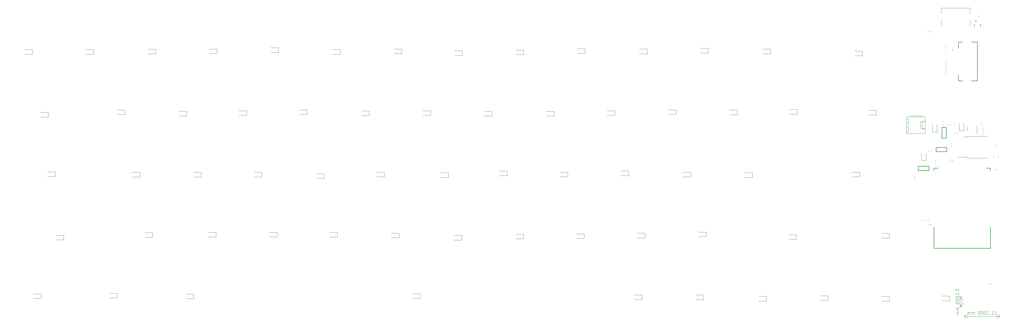
<source format=gbo>
%TF.GenerationSoftware,KiCad,Pcbnew,7.0.7*%
%TF.CreationDate,2023-12-09T22:14:26-06:00*%
%TF.ProjectId,Keyboard,4b657962-6f61-4726-942e-6b696361645f,rev?*%
%TF.SameCoordinates,Original*%
%TF.FileFunction,Legend,Bot*%
%TF.FilePolarity,Positive*%
%FSLAX46Y46*%
G04 Gerber Fmt 4.6, Leading zero omitted, Abs format (unit mm)*
G04 Created by KiCad (PCBNEW 7.0.7) date 2023-12-09 22:14:26*
%MOMM*%
%LPD*%
G01*
G04 APERTURE LIST*
%ADD10C,0.100000*%
%ADD11C,0.120000*%
%ADD12C,0.152400*%
%ADD13C,0.200000*%
%ADD14C,0.127000*%
G04 APERTURE END LIST*
D10*
X358472618Y-177557419D02*
X359044046Y-177557419D01*
X358758332Y-177557419D02*
X358758332Y-176557419D01*
X358758332Y-176557419D02*
X358853570Y-176700276D01*
X358853570Y-176700276D02*
X358948808Y-176795514D01*
X358948808Y-176795514D02*
X359044046Y-176843133D01*
X357520237Y-177557419D02*
X358091665Y-177557419D01*
X357805951Y-177557419D02*
X357805951Y-176557419D01*
X357805951Y-176557419D02*
X357901189Y-176700276D01*
X357901189Y-176700276D02*
X357996427Y-176795514D01*
X357996427Y-176795514D02*
X358091665Y-176843133D01*
X357091665Y-177462180D02*
X357044046Y-177509800D01*
X357044046Y-177509800D02*
X357091665Y-177557419D01*
X357091665Y-177557419D02*
X357139284Y-177509800D01*
X357139284Y-177509800D02*
X357091665Y-177462180D01*
X357091665Y-177462180D02*
X357091665Y-177557419D01*
X356663094Y-176652657D02*
X356615475Y-176605038D01*
X356615475Y-176605038D02*
X356520237Y-176557419D01*
X356520237Y-176557419D02*
X356282142Y-176557419D01*
X356282142Y-176557419D02*
X356186904Y-176605038D01*
X356186904Y-176605038D02*
X356139285Y-176652657D01*
X356139285Y-176652657D02*
X356091666Y-176747895D01*
X356091666Y-176747895D02*
X356091666Y-176843133D01*
X356091666Y-176843133D02*
X356139285Y-176985990D01*
X356139285Y-176985990D02*
X356710713Y-177557419D01*
X356710713Y-177557419D02*
X356091666Y-177557419D01*
X355472618Y-176557419D02*
X355377380Y-176557419D01*
X355377380Y-176557419D02*
X355282142Y-176605038D01*
X355282142Y-176605038D02*
X355234523Y-176652657D01*
X355234523Y-176652657D02*
X355186904Y-176747895D01*
X355186904Y-176747895D02*
X355139285Y-176938371D01*
X355139285Y-176938371D02*
X355139285Y-177176466D01*
X355139285Y-177176466D02*
X355186904Y-177366942D01*
X355186904Y-177366942D02*
X355234523Y-177462180D01*
X355234523Y-177462180D02*
X355282142Y-177509800D01*
X355282142Y-177509800D02*
X355377380Y-177557419D01*
X355377380Y-177557419D02*
X355472618Y-177557419D01*
X355472618Y-177557419D02*
X355567856Y-177509800D01*
X355567856Y-177509800D02*
X355615475Y-177462180D01*
X355615475Y-177462180D02*
X355663094Y-177366942D01*
X355663094Y-177366942D02*
X355710713Y-177176466D01*
X355710713Y-177176466D02*
X355710713Y-176938371D01*
X355710713Y-176938371D02*
X355663094Y-176747895D01*
X355663094Y-176747895D02*
X355615475Y-176652657D01*
X355615475Y-176652657D02*
X355567856Y-176605038D01*
X355567856Y-176605038D02*
X355472618Y-176557419D01*
X354520237Y-176557419D02*
X354424999Y-176557419D01*
X354424999Y-176557419D02*
X354329761Y-176605038D01*
X354329761Y-176605038D02*
X354282142Y-176652657D01*
X354282142Y-176652657D02*
X354234523Y-176747895D01*
X354234523Y-176747895D02*
X354186904Y-176938371D01*
X354186904Y-176938371D02*
X354186904Y-177176466D01*
X354186904Y-177176466D02*
X354234523Y-177366942D01*
X354234523Y-177366942D02*
X354282142Y-177462180D01*
X354282142Y-177462180D02*
X354329761Y-177509800D01*
X354329761Y-177509800D02*
X354424999Y-177557419D01*
X354424999Y-177557419D02*
X354520237Y-177557419D01*
X354520237Y-177557419D02*
X354615475Y-177509800D01*
X354615475Y-177509800D02*
X354663094Y-177462180D01*
X354663094Y-177462180D02*
X354710713Y-177366942D01*
X354710713Y-177366942D02*
X354758332Y-177176466D01*
X354758332Y-177176466D02*
X354758332Y-176938371D01*
X354758332Y-176938371D02*
X354710713Y-176747895D01*
X354710713Y-176747895D02*
X354663094Y-176652657D01*
X354663094Y-176652657D02*
X354615475Y-176605038D01*
X354615475Y-176605038D02*
X354520237Y-176557419D01*
X353567856Y-176557419D02*
X353472618Y-176557419D01*
X353472618Y-176557419D02*
X353377380Y-176605038D01*
X353377380Y-176605038D02*
X353329761Y-176652657D01*
X353329761Y-176652657D02*
X353282142Y-176747895D01*
X353282142Y-176747895D02*
X353234523Y-176938371D01*
X353234523Y-176938371D02*
X353234523Y-177176466D01*
X353234523Y-177176466D02*
X353282142Y-177366942D01*
X353282142Y-177366942D02*
X353329761Y-177462180D01*
X353329761Y-177462180D02*
X353377380Y-177509800D01*
X353377380Y-177509800D02*
X353472618Y-177557419D01*
X353472618Y-177557419D02*
X353567856Y-177557419D01*
X353567856Y-177557419D02*
X353663094Y-177509800D01*
X353663094Y-177509800D02*
X353710713Y-177462180D01*
X353710713Y-177462180D02*
X353758332Y-177366942D01*
X353758332Y-177366942D02*
X353805951Y-177176466D01*
X353805951Y-177176466D02*
X353805951Y-176938371D01*
X353805951Y-176938371D02*
X353758332Y-176747895D01*
X353758332Y-176747895D02*
X353710713Y-176652657D01*
X353710713Y-176652657D02*
X353663094Y-176605038D01*
X353663094Y-176605038D02*
X353567856Y-176557419D01*
X352044046Y-177557419D02*
X352044046Y-176890752D01*
X352044046Y-176985990D02*
X351996427Y-176938371D01*
X351996427Y-176938371D02*
X351901189Y-176890752D01*
X351901189Y-176890752D02*
X351758332Y-176890752D01*
X351758332Y-176890752D02*
X351663094Y-176938371D01*
X351663094Y-176938371D02*
X351615475Y-177033609D01*
X351615475Y-177033609D02*
X351615475Y-177557419D01*
X351615475Y-177033609D02*
X351567856Y-176938371D01*
X351567856Y-176938371D02*
X351472618Y-176890752D01*
X351472618Y-176890752D02*
X351329761Y-176890752D01*
X351329761Y-176890752D02*
X351234522Y-176938371D01*
X351234522Y-176938371D02*
X351186903Y-177033609D01*
X351186903Y-177033609D02*
X351186903Y-177557419D01*
X350710713Y-177557419D02*
X350710713Y-176890752D01*
X350710713Y-176985990D02*
X350663094Y-176938371D01*
X350663094Y-176938371D02*
X350567856Y-176890752D01*
X350567856Y-176890752D02*
X350424999Y-176890752D01*
X350424999Y-176890752D02*
X350329761Y-176938371D01*
X350329761Y-176938371D02*
X350282142Y-177033609D01*
X350282142Y-177033609D02*
X350282142Y-177557419D01*
X350282142Y-177033609D02*
X350234523Y-176938371D01*
X350234523Y-176938371D02*
X350139285Y-176890752D01*
X350139285Y-176890752D02*
X349996428Y-176890752D01*
X349996428Y-176890752D02*
X349901189Y-176938371D01*
X349901189Y-176938371D02*
X349853570Y-177033609D01*
X349853570Y-177033609D02*
X349853570Y-177557419D01*
X348825000Y-178000000D02*
X348825000Y-178786420D01*
X360025000Y-178000000D02*
X360025000Y-178786420D01*
X348825000Y-178200000D02*
X360025000Y-178200000D01*
X348825000Y-178200000D02*
X360025000Y-178200000D01*
X348825000Y-178200000D02*
X349951504Y-177613579D01*
X348825000Y-178200000D02*
X349951504Y-178786421D01*
X360025000Y-178200000D02*
X358898496Y-178786421D01*
X360025000Y-178200000D02*
X358898496Y-177613579D01*
X346082419Y-169359524D02*
X346082419Y-169978571D01*
X346082419Y-169978571D02*
X346463371Y-169645238D01*
X346463371Y-169645238D02*
X346463371Y-169788095D01*
X346463371Y-169788095D02*
X346510990Y-169883333D01*
X346510990Y-169883333D02*
X346558609Y-169930952D01*
X346558609Y-169930952D02*
X346653847Y-169978571D01*
X346653847Y-169978571D02*
X346891942Y-169978571D01*
X346891942Y-169978571D02*
X346987180Y-169930952D01*
X346987180Y-169930952D02*
X347034800Y-169883333D01*
X347034800Y-169883333D02*
X347082419Y-169788095D01*
X347082419Y-169788095D02*
X347082419Y-169502381D01*
X347082419Y-169502381D02*
X347034800Y-169407143D01*
X347034800Y-169407143D02*
X346987180Y-169359524D01*
X346987180Y-170407143D02*
X347034800Y-170454762D01*
X347034800Y-170454762D02*
X347082419Y-170407143D01*
X347082419Y-170407143D02*
X347034800Y-170359524D01*
X347034800Y-170359524D02*
X346987180Y-170407143D01*
X346987180Y-170407143D02*
X347082419Y-170407143D01*
X347082419Y-171407142D02*
X347082419Y-170835714D01*
X347082419Y-171121428D02*
X346082419Y-171121428D01*
X346082419Y-171121428D02*
X346225276Y-171026190D01*
X346225276Y-171026190D02*
X346320514Y-170930952D01*
X346320514Y-170930952D02*
X346368133Y-170835714D01*
X346082419Y-172026190D02*
X346082419Y-172121428D01*
X346082419Y-172121428D02*
X346130038Y-172216666D01*
X346130038Y-172216666D02*
X346177657Y-172264285D01*
X346177657Y-172264285D02*
X346272895Y-172311904D01*
X346272895Y-172311904D02*
X346463371Y-172359523D01*
X346463371Y-172359523D02*
X346701466Y-172359523D01*
X346701466Y-172359523D02*
X346891942Y-172311904D01*
X346891942Y-172311904D02*
X346987180Y-172264285D01*
X346987180Y-172264285D02*
X347034800Y-172216666D01*
X347034800Y-172216666D02*
X347082419Y-172121428D01*
X347082419Y-172121428D02*
X347082419Y-172026190D01*
X347082419Y-172026190D02*
X347034800Y-171930952D01*
X347034800Y-171930952D02*
X346987180Y-171883333D01*
X346987180Y-171883333D02*
X346891942Y-171835714D01*
X346891942Y-171835714D02*
X346701466Y-171788095D01*
X346701466Y-171788095D02*
X346463371Y-171788095D01*
X346463371Y-171788095D02*
X346272895Y-171835714D01*
X346272895Y-171835714D02*
X346177657Y-171883333D01*
X346177657Y-171883333D02*
X346130038Y-171930952D01*
X346130038Y-171930952D02*
X346082419Y-172026190D01*
X346082419Y-172978571D02*
X346082419Y-173073809D01*
X346082419Y-173073809D02*
X346130038Y-173169047D01*
X346130038Y-173169047D02*
X346177657Y-173216666D01*
X346177657Y-173216666D02*
X346272895Y-173264285D01*
X346272895Y-173264285D02*
X346463371Y-173311904D01*
X346463371Y-173311904D02*
X346701466Y-173311904D01*
X346701466Y-173311904D02*
X346891942Y-173264285D01*
X346891942Y-173264285D02*
X346987180Y-173216666D01*
X346987180Y-173216666D02*
X347034800Y-173169047D01*
X347034800Y-173169047D02*
X347082419Y-173073809D01*
X347082419Y-173073809D02*
X347082419Y-172978571D01*
X347082419Y-172978571D02*
X347034800Y-172883333D01*
X347034800Y-172883333D02*
X346987180Y-172835714D01*
X346987180Y-172835714D02*
X346891942Y-172788095D01*
X346891942Y-172788095D02*
X346701466Y-172740476D01*
X346701466Y-172740476D02*
X346463371Y-172740476D01*
X346463371Y-172740476D02*
X346272895Y-172788095D01*
X346272895Y-172788095D02*
X346177657Y-172835714D01*
X346177657Y-172835714D02*
X346130038Y-172883333D01*
X346130038Y-172883333D02*
X346082419Y-172978571D01*
X346082419Y-173930952D02*
X346082419Y-174026190D01*
X346082419Y-174026190D02*
X346130038Y-174121428D01*
X346130038Y-174121428D02*
X346177657Y-174169047D01*
X346177657Y-174169047D02*
X346272895Y-174216666D01*
X346272895Y-174216666D02*
X346463371Y-174264285D01*
X346463371Y-174264285D02*
X346701466Y-174264285D01*
X346701466Y-174264285D02*
X346891942Y-174216666D01*
X346891942Y-174216666D02*
X346987180Y-174169047D01*
X346987180Y-174169047D02*
X347034800Y-174121428D01*
X347034800Y-174121428D02*
X347082419Y-174026190D01*
X347082419Y-174026190D02*
X347082419Y-173930952D01*
X347082419Y-173930952D02*
X347034800Y-173835714D01*
X347034800Y-173835714D02*
X346987180Y-173788095D01*
X346987180Y-173788095D02*
X346891942Y-173740476D01*
X346891942Y-173740476D02*
X346701466Y-173692857D01*
X346701466Y-173692857D02*
X346463371Y-173692857D01*
X346463371Y-173692857D02*
X346272895Y-173740476D01*
X346272895Y-173740476D02*
X346177657Y-173788095D01*
X346177657Y-173788095D02*
X346130038Y-173835714D01*
X346130038Y-173835714D02*
X346082419Y-173930952D01*
X347082419Y-175454762D02*
X346415752Y-175454762D01*
X346510990Y-175454762D02*
X346463371Y-175502381D01*
X346463371Y-175502381D02*
X346415752Y-175597619D01*
X346415752Y-175597619D02*
X346415752Y-175740476D01*
X346415752Y-175740476D02*
X346463371Y-175835714D01*
X346463371Y-175835714D02*
X346558609Y-175883333D01*
X346558609Y-175883333D02*
X347082419Y-175883333D01*
X346558609Y-175883333D02*
X346463371Y-175930952D01*
X346463371Y-175930952D02*
X346415752Y-176026190D01*
X346415752Y-176026190D02*
X346415752Y-176169047D01*
X346415752Y-176169047D02*
X346463371Y-176264286D01*
X346463371Y-176264286D02*
X346558609Y-176311905D01*
X346558609Y-176311905D02*
X347082419Y-176311905D01*
X347082419Y-176788095D02*
X346415752Y-176788095D01*
X346510990Y-176788095D02*
X346463371Y-176835714D01*
X346463371Y-176835714D02*
X346415752Y-176930952D01*
X346415752Y-176930952D02*
X346415752Y-177073809D01*
X346415752Y-177073809D02*
X346463371Y-177169047D01*
X346463371Y-177169047D02*
X346558609Y-177216666D01*
X346558609Y-177216666D02*
X347082419Y-177216666D01*
X346558609Y-177216666D02*
X346463371Y-177264285D01*
X346463371Y-177264285D02*
X346415752Y-177359523D01*
X346415752Y-177359523D02*
X346415752Y-177502380D01*
X346415752Y-177502380D02*
X346463371Y-177597619D01*
X346463371Y-177597619D02*
X346558609Y-177645238D01*
X346558609Y-177645238D02*
X347082419Y-177645238D01*
X348025000Y-175100000D02*
X347138580Y-175100000D01*
X348025000Y-172000000D02*
X347138580Y-172000000D01*
X347725000Y-175100000D02*
X347725000Y-172000000D01*
X347725000Y-175100000D02*
X347725000Y-172000000D01*
X347725000Y-175100000D02*
X347138579Y-173973496D01*
X347725000Y-175100000D02*
X348311421Y-173973496D01*
X347725000Y-172000000D02*
X348311421Y-173126504D01*
X347725000Y-172000000D02*
X347138579Y-173126504D01*
D11*
X357480000Y-168003641D02*
X357480000Y-167696359D01*
X356720000Y-168003641D02*
X356720000Y-167696359D01*
X57517500Y-114830000D02*
X55057500Y-114830000D01*
X57517500Y-113360000D02*
X57517500Y-114830000D01*
X55057500Y-113360000D02*
X57517500Y-113360000D01*
X324962500Y-173375000D02*
X322502500Y-173375000D01*
X324962500Y-171905000D02*
X324962500Y-173375000D01*
X322502500Y-171905000D02*
X324962500Y-171905000D01*
X55212500Y-172525000D02*
X52752500Y-172525000D01*
X55212500Y-171055000D02*
X55212500Y-172525000D01*
X52752500Y-171055000D02*
X55212500Y-171055000D01*
X189012500Y-153925000D02*
X186552500Y-153925000D01*
X189012500Y-152455000D02*
X189012500Y-153925000D01*
X186552500Y-152455000D02*
X189012500Y-152455000D01*
X125437500Y-133875000D02*
X122977500Y-133875000D01*
X125437500Y-132405000D02*
X125437500Y-133875000D01*
X122977500Y-132405000D02*
X125437500Y-132405000D01*
X52462500Y-94850000D02*
X50002500Y-94850000D01*
X52462500Y-93380000D02*
X52462500Y-94850000D01*
X50002500Y-93380000D02*
X52462500Y-93380000D01*
X338312500Y-125496359D02*
X338312500Y-125803641D01*
X337552500Y-125496359D02*
X337552500Y-125803641D01*
X242112500Y-133450000D02*
X239652500Y-133450000D01*
X242112500Y-131980000D02*
X242112500Y-133450000D01*
X239652500Y-131980000D02*
X242112500Y-131980000D01*
X257197500Y-114025000D02*
X254737500Y-114025000D01*
X257197500Y-112555000D02*
X257197500Y-114025000D01*
X254737500Y-112555000D02*
X257197500Y-112555000D01*
X295747500Y-113885000D02*
X293287500Y-113885000D01*
X295747500Y-112415000D02*
X295747500Y-113885000D01*
X293287500Y-112415000D02*
X295747500Y-112415000D01*
X218372500Y-114475000D02*
X215912500Y-114475000D01*
X218372500Y-113005000D02*
X218372500Y-114475000D01*
X215912500Y-113005000D02*
X218372500Y-113005000D01*
X261812500Y-133800000D02*
X259352500Y-133800000D01*
X261812500Y-132330000D02*
X261812500Y-133800000D01*
X259352500Y-132330000D02*
X261812500Y-132330000D01*
X246287500Y-172900000D02*
X243827500Y-172900000D01*
X246287500Y-171430000D02*
X246287500Y-172900000D01*
X243827500Y-171430000D02*
X246287500Y-171430000D01*
X169062500Y-153200000D02*
X166602500Y-153200000D01*
X169062500Y-151730000D02*
X169062500Y-153200000D01*
X166602500Y-151730000D02*
X169062500Y-151730000D01*
X208662500Y-94975000D02*
X206202500Y-94975000D01*
X208662500Y-93505000D02*
X208662500Y-94975000D01*
X206202500Y-93505000D02*
X208662500Y-93505000D01*
X237697500Y-114250000D02*
X235237500Y-114250000D01*
X237697500Y-112780000D02*
X237697500Y-114250000D01*
X235237500Y-112780000D02*
X237697500Y-112780000D01*
X339736141Y-129530000D02*
X339428859Y-129530000D01*
X339736141Y-128770000D02*
X339428859Y-128770000D01*
X59737500Y-133750000D02*
X57277500Y-133750000D01*
X59737500Y-132280000D02*
X59737500Y-133750000D01*
X57277500Y-132280000D02*
X59737500Y-132280000D01*
X344137500Y-173250000D02*
X341677500Y-173250000D01*
X344137500Y-171780000D02*
X344137500Y-173250000D01*
X341677500Y-171780000D02*
X344137500Y-171780000D01*
X150412500Y-94850000D02*
X147952500Y-94850000D01*
X150412500Y-93380000D02*
X150412500Y-94850000D01*
X147952500Y-93380000D02*
X150412500Y-93380000D01*
X338697500Y-119710000D02*
X338697500Y-117250000D01*
X340167500Y-119710000D02*
X338697500Y-119710000D01*
X340167500Y-117250000D02*
X340167500Y-119710000D01*
X347247500Y-119135000D02*
X347247500Y-116850000D01*
X348717500Y-119135000D02*
X347247500Y-119135000D01*
X348717500Y-116850000D02*
X348717500Y-119135000D01*
X316437500Y-95325000D02*
X313977500Y-95325000D01*
X316437500Y-93855000D02*
X316437500Y-95325000D01*
X313977500Y-93855000D02*
X316437500Y-93855000D01*
X353153859Y-82020000D02*
X353461141Y-82020000D01*
X353153859Y-82780000D02*
X353461141Y-82780000D01*
X120622500Y-114250000D02*
X118162500Y-114250000D01*
X120622500Y-112780000D02*
X120622500Y-114250000D01*
X118162500Y-112780000D02*
X120622500Y-112780000D01*
X359105000Y-131396359D02*
X359105000Y-131703641D01*
X358345000Y-131396359D02*
X358345000Y-131703641D01*
X287187500Y-94675000D02*
X284727500Y-94675000D01*
X287187500Y-93205000D02*
X287187500Y-94675000D01*
X284727500Y-93205000D02*
X287187500Y-93205000D01*
X315587500Y-133800000D02*
X313127500Y-133800000D01*
X315587500Y-132330000D02*
X315587500Y-133800000D01*
X313127500Y-132330000D02*
X315587500Y-132330000D01*
X91612500Y-94725000D02*
X89152500Y-94725000D01*
X91612500Y-93255000D02*
X91612500Y-94725000D01*
X89152500Y-93255000D02*
X91612500Y-93255000D01*
X358804664Y-123540000D02*
X359020336Y-123540000D01*
X358804664Y-124260000D02*
X359020336Y-124260000D01*
X227937500Y-153450000D02*
X225477500Y-153450000D01*
X227937500Y-151980000D02*
X227937500Y-153450000D01*
X225477500Y-151980000D02*
X227937500Y-151980000D01*
X228237500Y-94550000D02*
X225777500Y-94550000D01*
X228237500Y-93080000D02*
X228237500Y-94550000D01*
X225777500Y-93080000D02*
X228237500Y-93080000D01*
X248037500Y-94675000D02*
X245577500Y-94675000D01*
X248037500Y-93205000D02*
X248037500Y-94675000D01*
X245577500Y-93205000D02*
X248037500Y-93205000D01*
X149487500Y-152950000D02*
X147027500Y-152950000D01*
X149487500Y-151480000D02*
X149487500Y-152950000D01*
X147027500Y-151480000D02*
X149487500Y-151480000D01*
X267387500Y-94425000D02*
X264927500Y-94425000D01*
X267387500Y-92955000D02*
X267387500Y-94425000D01*
X264927500Y-92955000D02*
X267387500Y-92955000D01*
X345822500Y-120007836D02*
X345822500Y-119792164D01*
X346542500Y-120007836D02*
X346542500Y-119792164D01*
X354886141Y-118530000D02*
X354578859Y-118530000D01*
X354886141Y-117770000D02*
X354578859Y-117770000D01*
X359667500Y-127138748D02*
X359667500Y-127661252D01*
X358197500Y-127138748D02*
X358197500Y-127661252D01*
X331452500Y-114460000D02*
X335452500Y-114460000D01*
X336442500Y-114750000D02*
X336442500Y-120050000D01*
X330422500Y-114750000D02*
X336442500Y-114750000D01*
X331022500Y-115330000D02*
X331022500Y-116930000D01*
X330422500Y-115330000D02*
X331022500Y-115330000D01*
X336442500Y-116130000D02*
X335442500Y-116130000D01*
X335442500Y-116130000D02*
X334912500Y-116380000D01*
X335442500Y-116130000D02*
X335442500Y-118670000D01*
X336442500Y-116380000D02*
X335442500Y-116380000D01*
X334912500Y-116380000D02*
X334912500Y-118420000D01*
X331022500Y-116930000D02*
X330422500Y-116930000D01*
X331022500Y-117870000D02*
X331022500Y-119470000D01*
X330422500Y-117870000D02*
X331022500Y-117870000D01*
X336442500Y-118420000D02*
X335442500Y-118420000D01*
X334912500Y-118420000D02*
X335442500Y-118670000D01*
X335442500Y-118670000D02*
X336442500Y-118670000D01*
X331022500Y-119470000D02*
X330422500Y-119470000D01*
X336442500Y-120050000D02*
X330422500Y-120050000D01*
X330422500Y-120050000D02*
X330422500Y-114750000D01*
X90712500Y-153075000D02*
X88252500Y-153075000D01*
X90712500Y-151605000D02*
X90712500Y-153075000D01*
X88252500Y-151605000D02*
X90712500Y-151605000D01*
X62392500Y-153905000D02*
X59932500Y-153905000D01*
X62392500Y-152435000D02*
X62392500Y-153905000D01*
X59932500Y-152435000D02*
X62392500Y-152435000D01*
X281487500Y-134050000D02*
X279027500Y-134050000D01*
X281487500Y-132580000D02*
X281487500Y-134050000D01*
X279027500Y-132580000D02*
X281487500Y-132580000D01*
X169987500Y-94600000D02*
X167527500Y-94600000D01*
X169987500Y-93130000D02*
X169987500Y-94600000D01*
X167527500Y-93130000D02*
X169987500Y-93130000D01*
X305512500Y-173125000D02*
X303052500Y-173125000D01*
X305512500Y-171655000D02*
X305512500Y-173125000D01*
X303052500Y-171655000D02*
X305512500Y-171655000D01*
X345062500Y-128496359D02*
X345062500Y-128803641D01*
X344302500Y-128496359D02*
X344302500Y-128803641D01*
X179072500Y-114250000D02*
X176612500Y-114250000D01*
X179072500Y-112780000D02*
X179072500Y-114250000D01*
X176612500Y-112780000D02*
X179072500Y-112780000D01*
X349672500Y-118400000D02*
X349672500Y-119200000D01*
X349672500Y-118400000D02*
X349672500Y-117600000D01*
X352792500Y-118400000D02*
X352792500Y-120200000D01*
X352792500Y-118400000D02*
X352792500Y-117600000D01*
D12*
X354010000Y-85296465D02*
X354010000Y-86003535D01*
X352105000Y-86003535D02*
X352105000Y-85296465D01*
X352634500Y-84319400D02*
G75*
G03*
X352634500Y-84319400I-127000J0D01*
G01*
D11*
X145287500Y-134350000D02*
X142827500Y-134350000D01*
X145287500Y-132880000D02*
X145287500Y-134350000D01*
X142827500Y-132880000D02*
X145287500Y-132880000D01*
X247312500Y-153250000D02*
X244852500Y-153250000D01*
X247312500Y-151780000D02*
X247312500Y-153250000D01*
X244852500Y-151780000D02*
X247312500Y-151780000D01*
D13*
X343282500Y-125850000D02*
X343282500Y-124475000D01*
X343282500Y-125850000D02*
X339882500Y-125850000D01*
X343282500Y-124475000D02*
X339882500Y-124475000D01*
X339882500Y-125850000D02*
X339882500Y-124475000D01*
D11*
X103837500Y-172600000D02*
X101377500Y-172600000D01*
X103837500Y-171130000D02*
X103837500Y-172600000D01*
X101377500Y-171130000D02*
X103837500Y-171130000D01*
D13*
X341732500Y-121500000D02*
X343107500Y-121500000D01*
X341732500Y-121500000D02*
X341732500Y-118100000D01*
X343107500Y-121500000D02*
X343107500Y-118100000D01*
X341732500Y-118100000D02*
X343107500Y-118100000D01*
D11*
X344312500Y-116996359D02*
X344312500Y-117303641D01*
X343552500Y-116996359D02*
X343552500Y-117303641D01*
X222662500Y-133800000D02*
X220202500Y-133800000D01*
X222662500Y-132330000D02*
X222662500Y-133800000D01*
X220202500Y-132330000D02*
X222662500Y-132330000D01*
X130737500Y-94250000D02*
X128277500Y-94250000D01*
X130737500Y-92780000D02*
X130737500Y-94250000D01*
X128277500Y-92780000D02*
X130737500Y-92780000D01*
X337220000Y-87753641D02*
X337220000Y-87446359D01*
X337980000Y-87753641D02*
X337980000Y-87446359D01*
D13*
X337632500Y-131850000D02*
X337632500Y-130475000D01*
X337632500Y-131850000D02*
X334232500Y-131850000D01*
X337632500Y-130475000D02*
X334232500Y-130475000D01*
X334232500Y-131850000D02*
X334232500Y-130475000D01*
D11*
X342778859Y-97020000D02*
X343086141Y-97020000D01*
X342778859Y-97780000D02*
X343086141Y-97780000D01*
X139847500Y-114000000D02*
X137387500Y-114000000D01*
X139847500Y-112530000D02*
X139847500Y-114000000D01*
X137387500Y-112530000D02*
X139847500Y-112530000D01*
X130312500Y-152950000D02*
X127852500Y-152950000D01*
X130312500Y-151480000D02*
X130312500Y-152950000D01*
X127852500Y-151480000D02*
X130312500Y-151480000D01*
X266812500Y-152875000D02*
X264352500Y-152875000D01*
X266812500Y-151405000D02*
X266812500Y-152875000D01*
X264352500Y-151405000D02*
X266812500Y-151405000D01*
X345574664Y-116540000D02*
X345790336Y-116540000D01*
X345574664Y-117260000D02*
X345790336Y-117260000D01*
X203462500Y-133450000D02*
X201002500Y-133450000D01*
X203462500Y-131980000D02*
X203462500Y-133450000D01*
X201002500Y-131980000D02*
X203462500Y-131980000D01*
X86662500Y-133875000D02*
X84202500Y-133875000D01*
X86662500Y-132405000D02*
X86662500Y-133875000D01*
X84202500Y-132405000D02*
X86662500Y-132405000D01*
X354636141Y-117030000D02*
X354328859Y-117030000D01*
X354636141Y-116270000D02*
X354328859Y-116270000D01*
X159522500Y-114350000D02*
X157062500Y-114350000D01*
X159522500Y-112880000D02*
X159522500Y-114350000D01*
X157062500Y-112880000D02*
X159522500Y-112880000D01*
X110837500Y-152950000D02*
X108377500Y-152950000D01*
X110837500Y-151480000D02*
X110837500Y-152950000D01*
X108377500Y-151480000D02*
X110837500Y-151480000D01*
X324962500Y-153250000D02*
X322502500Y-153250000D01*
X324962500Y-151780000D02*
X324962500Y-153250000D01*
X322502500Y-151780000D02*
X324962500Y-151780000D01*
X343086141Y-99030000D02*
X342778859Y-99030000D01*
X343086141Y-98270000D02*
X342778859Y-98270000D01*
X111162500Y-94600000D02*
X108702500Y-94600000D01*
X111162500Y-93130000D02*
X111162500Y-94600000D01*
X108702500Y-93130000D02*
X111162500Y-93130000D01*
X335302500Y-147828641D02*
X335302500Y-147521359D01*
X336062500Y-147828641D02*
X336062500Y-147521359D01*
X175837500Y-172525000D02*
X173377500Y-172525000D01*
X175837500Y-171055000D02*
X175837500Y-172525000D01*
X173377500Y-171055000D02*
X175837500Y-171055000D01*
X208612500Y-153575000D02*
X206152500Y-153575000D01*
X208612500Y-152105000D02*
X208612500Y-153575000D01*
X206152500Y-152105000D02*
X208612500Y-152105000D01*
X336722500Y-147777836D02*
X336722500Y-147562164D01*
X337442500Y-147777836D02*
X337442500Y-147562164D01*
X276672500Y-114050000D02*
X274212500Y-114050000D01*
X276672500Y-112580000D02*
X276672500Y-114050000D01*
X274212500Y-112580000D02*
X276672500Y-112580000D01*
D13*
X353032500Y-90950000D02*
X351102500Y-90950000D01*
X348262500Y-90950000D02*
X346982500Y-90950000D01*
X346982500Y-90950000D02*
X346982500Y-92930000D01*
X346982500Y-101370000D02*
X346982500Y-103350000D01*
X353032500Y-103350000D02*
X353032500Y-90950000D01*
X353032500Y-103350000D02*
X351102500Y-103350000D01*
X346982500Y-103350000D02*
X348262500Y-103350000D01*
X345136500Y-93400000D02*
G75*
G03*
X345136500Y-93400000I-100000J0D01*
G01*
D14*
X339182500Y-131060000D02*
X340427500Y-131060000D01*
X339182500Y-131790000D02*
X339182500Y-131060000D01*
X339182500Y-149840000D02*
X339182500Y-156560000D01*
X339182500Y-156560000D02*
X357182500Y-156560000D01*
X357182500Y-131060000D02*
X355937500Y-131060000D01*
X357182500Y-131790000D02*
X357182500Y-131060000D01*
X357182500Y-156560000D02*
X357182500Y-149840000D01*
D13*
X338082500Y-149070000D02*
G75*
G03*
X338082500Y-149070000I-100000J0D01*
G01*
D11*
X71937500Y-94850000D02*
X69477500Y-94850000D01*
X71937500Y-93380000D02*
X71937500Y-94850000D01*
X69477500Y-93380000D02*
X71937500Y-93380000D01*
X106137500Y-133875000D02*
X103677500Y-133875000D01*
X106137500Y-132405000D02*
X106137500Y-133875000D01*
X103677500Y-132405000D02*
X106137500Y-132405000D01*
X341477500Y-80115000D02*
X341477500Y-81820000D01*
X341477500Y-85750000D02*
X341477500Y-83830000D01*
X350637500Y-80115000D02*
X341477500Y-80115000D01*
X350637500Y-81820000D02*
X350637500Y-80115000D01*
X350637500Y-83830000D02*
X350637500Y-85750000D01*
X343040336Y-92760000D02*
X342824664Y-92760000D01*
X343040336Y-92040000D02*
X342824664Y-92040000D01*
X343040336Y-101510000D02*
X342824664Y-101510000D01*
X343040336Y-100790000D02*
X342824664Y-100790000D01*
X343040336Y-94260000D02*
X342824664Y-94260000D01*
X343040336Y-93540000D02*
X342824664Y-93540000D01*
X81937500Y-114000000D02*
X79477500Y-114000000D01*
X81937500Y-112530000D02*
X81937500Y-114000000D01*
X79477500Y-112530000D02*
X81937500Y-112530000D01*
X79512500Y-172325000D02*
X77052500Y-172325000D01*
X79512500Y-170855000D02*
X79512500Y-172325000D01*
X77052500Y-170855000D02*
X79512500Y-170855000D01*
X265912500Y-172900000D02*
X263452500Y-172900000D01*
X265912500Y-171430000D02*
X265912500Y-172900000D01*
X263452500Y-171430000D02*
X265912500Y-171430000D01*
X320802500Y-114175000D02*
X318342500Y-114175000D01*
X320802500Y-112705000D02*
X320802500Y-114175000D01*
X318342500Y-112705000D02*
X320802500Y-112705000D01*
X189137500Y-95200000D02*
X186677500Y-95200000D01*
X189137500Y-93730000D02*
X189137500Y-95200000D01*
X186677500Y-93730000D02*
X189137500Y-93730000D01*
X333086141Y-134530000D02*
X332778859Y-134530000D01*
X333086141Y-133770000D02*
X332778859Y-133770000D01*
X198647500Y-114475000D02*
X196187500Y-114475000D01*
X198647500Y-113005000D02*
X198647500Y-114475000D01*
X196187500Y-113005000D02*
X198647500Y-113005000D01*
X101527500Y-114475000D02*
X99067500Y-114475000D01*
X101527500Y-113005000D02*
X101527500Y-114475000D01*
X99067500Y-113005000D02*
X101527500Y-113005000D01*
X343040336Y-100260000D02*
X342824664Y-100260000D01*
X343040336Y-99540000D02*
X342824664Y-99540000D01*
X285912500Y-173325000D02*
X283452500Y-173325000D01*
X285912500Y-171855000D02*
X285912500Y-173325000D01*
X283452500Y-171855000D02*
X285912500Y-171855000D01*
X349712500Y-120950000D02*
X349712500Y-121220000D01*
X349712500Y-121220000D02*
X348612500Y-121220000D01*
X349712500Y-127580000D02*
X346882500Y-127580000D01*
X349712500Y-127850000D02*
X349712500Y-127580000D01*
X356132500Y-120950000D02*
X349712500Y-120950000D01*
X356132500Y-127850000D02*
X349712500Y-127850000D01*
X342336141Y-117030000D02*
X342028859Y-117030000D01*
X342336141Y-116270000D02*
X342028859Y-116270000D01*
X295467500Y-153705000D02*
X293007500Y-153705000D01*
X295467500Y-152235000D02*
X295467500Y-153705000D01*
X293007500Y-152235000D02*
X295467500Y-152235000D01*
X184762500Y-134050000D02*
X182302500Y-134050000D01*
X184762500Y-132580000D02*
X184762500Y-134050000D01*
X182302500Y-132580000D02*
X184762500Y-132580000D01*
X354495242Y-119127500D02*
X354969758Y-119127500D01*
X354495242Y-120172500D02*
X354969758Y-120172500D01*
X344790336Y-124010000D02*
X344574664Y-124010000D01*
X344790336Y-123290000D02*
X344574664Y-123290000D01*
X164437500Y-133800000D02*
X161977500Y-133800000D01*
X164437500Y-132330000D02*
X164437500Y-133800000D01*
X161977500Y-132330000D02*
X164437500Y-132330000D01*
X335197500Y-128635000D02*
X335197500Y-126350000D01*
X336667500Y-128635000D02*
X335197500Y-128635000D01*
X336667500Y-126350000D02*
X336667500Y-128635000D01*
M02*

</source>
